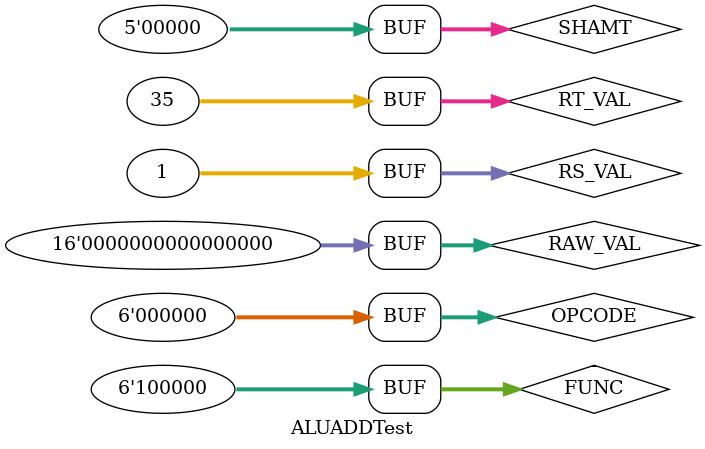
<source format=v>
`timescale 1ns / 1ps


module ALUADDTest;

	// Inputs
	reg [5:0] OPCODE;
	reg [31:0] RS_VAL;
	reg [31:0] RT_VAL;
	reg [4:0] SHAMT;
	reg [5:0] FUNC;
	reg [15:0] RAW_VAL;

	// Outputs
	wire [31:0] RESULT;
	wire SIG_B;

	// Instantiate the Unit Under Test (UUT)
	ALU uut (
		.RESULT(RESULT), 
		.SIG_B(SIG_B), 
		.OPCODE(OPCODE), 
		.RS_VAL(RS_VAL), 
		.RT_VAL(RT_VAL), 
		.SHAMT(SHAMT), 
		.FUNC(FUNC), 
		.RAW_VAL(RAW_VAL)
	);

	initial begin
		// Initialize Inputs
		OPCODE = 0;
		RS_VAL = 0;
		RT_VAL = 0;
		SHAMT = 0;
		FUNC = 0;
		RAW_VAL = 0;

		// Wait 100 ns for global reset to finish
		#100;
        
		// Add stimulus here
		// Testing BEQ
		
		OPCODE = 6'b000000;
		RS_VAL = 15;
		RT_VAL = 12;
		SHAMT = 0;
		FUNC = 6'b100000;
		RAW_VAL = 0;
		#100;
		
		OPCODE = 6'b000000;
		RS_VAL = 23;
		RT_VAL = 2;
		SHAMT = 0;
		FUNC = 6'b100000;
		RAW_VAL = 0;
		#100;

		OPCODE = 6'b000000;
		RS_VAL = 1;
		RT_VAL = 35;
		SHAMT = 0;
		FUNC = 6'b100000;
		RAW_VAL = 0;
		#100;
        
		// Add stimulus here

	end
      
endmodule


</source>
